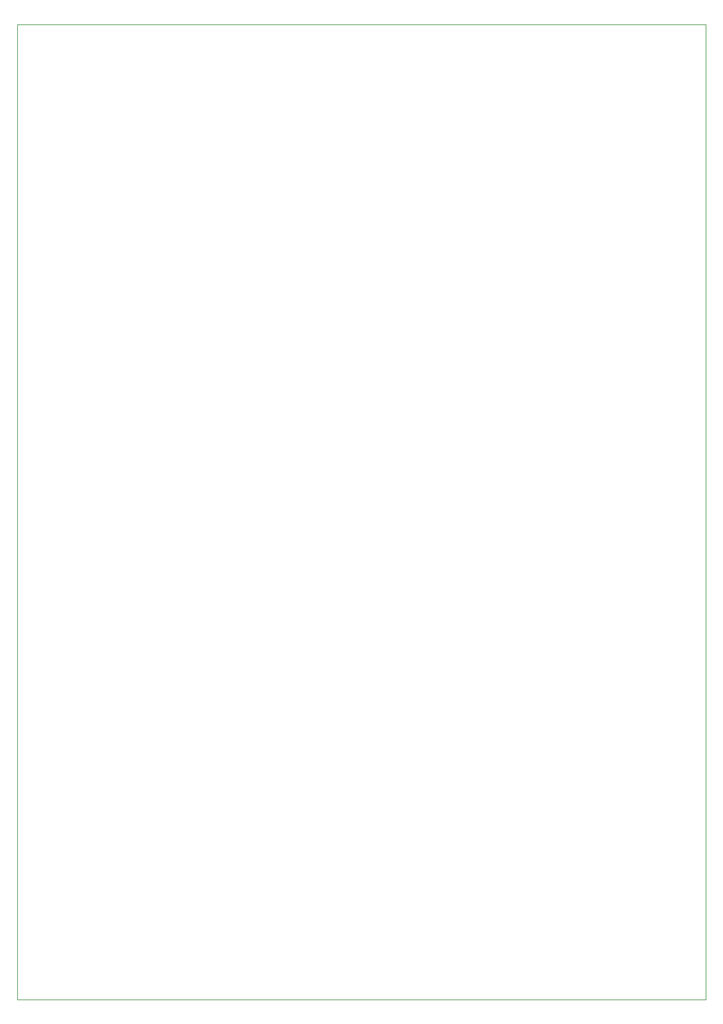
<source format=gbr>
%TF.GenerationSoftware,KiCad,Pcbnew,(5.1.8)-1*%
%TF.CreationDate,2020-11-22T17:19:48-05:00*%
%TF.ProjectId,macro_keyboard_pcb,6d616372-6f5f-46b6-9579-626f6172645f,rev?*%
%TF.SameCoordinates,Original*%
%TF.FileFunction,Profile,NP*%
%FSLAX46Y46*%
G04 Gerber Fmt 4.6, Leading zero omitted, Abs format (unit mm)*
G04 Created by KiCad (PCBNEW (5.1.8)-1) date 2020-11-22 17:19:48*
%MOMM*%
%LPD*%
G01*
G04 APERTURE LIST*
%TA.AperFunction,Profile*%
%ADD10C,0.050000*%
%TD*%
G04 APERTURE END LIST*
D10*
X129540000Y-43180000D02*
X31750000Y-43180000D01*
X129540000Y-181610000D02*
X129540000Y-43180000D01*
X31750000Y-181610000D02*
X129540000Y-181610000D01*
X31750000Y-43180000D02*
X31750000Y-181610000D01*
M02*

</source>
